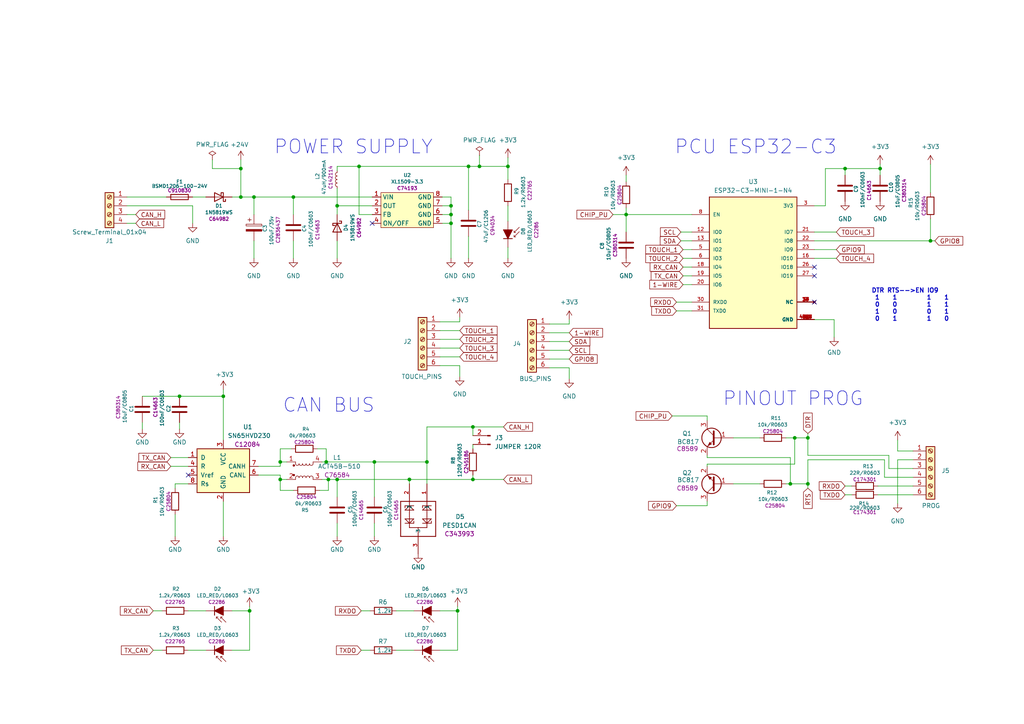
<source format=kicad_sch>
(kicad_sch (version 20230121) (generator eeschema)
  (paper "A4")
  (lib_symbols
    (symbol "Connector:Conn_01x02_Pin" (pin_names (offset 1.016) hide)
      (property "Reference" "J" (at 0 2.54 0))
      (property "Value" "Conn_01x02_Pin" (at 0 -5.08 0))
      (symbol "Conn_01x02_Pin_1_1"
        (pin passive line (at 5.08 0 180) (length 3.81) (name "Pin_1") (number "1"))
        (pin passive line (at 5.08 -2.54 180) (length 3.81) (name "Pin_2") (number "2"))
      )
    )
    (symbol "Connector:Screw_Terminal_01x04" (pin_names (offset 1.016) hide)
      (property "Reference" "J" (at 0 5.08 0))
      (property "Value" "Screw_Terminal_01x04" (at 0 -7.62 0))
      (symbol "Screw_Terminal_01x04_1_1"
        (pin passive line (at -5.08 2.54 0) (length 3.81) (name "Pin_1") (number "1"))
        (pin passive line (at -5.08 0 0) (length 3.81) (name "Pin_2") (number "2"))
        (pin passive line (at -5.08 -2.54 0) (length 3.81) (name "Pin_3") (number "3"))
        (pin passive line (at -5.08 -5.08 0) (length 3.81) (name "Pin_4") (number "4"))
      )
    )
    (symbol "Connector:Screw_Terminal_01x06" (pin_names (offset 1.016) hide)
      (property "Reference" "J" (at 0 7.62 0))
      (property "Value" "Screw_Terminal_01x06" (at 0 -10.16 0))
      (symbol "Screw_Terminal_01x06_1_1"
        (pin passive line (at -5.08 5.08 0) (length 3.81) (name "Pin_1") (number "1"))
        (pin passive line (at -5.08 2.54 0) (length 3.81) (name "Pin_2") (number "2"))
        (pin passive line (at -5.08 0 0) (length 3.81) (name "Pin_3") (number "3"))
        (pin passive line (at -5.08 -2.54 0) (length 3.81) (name "Pin_4") (number "4"))
        (pin passive line (at -5.08 -5.08 0) (length 3.81) (name "Pin_5") (number "5"))
        (pin passive line (at -5.08 -7.62 0) (length 3.81) (name "Pin_6") (number "6"))
      )
    )
    (symbol "Device:C" (pin_numbers hide) (pin_names (offset 0.254))
      (property "Reference" "C" (at 0.635 2.54 0))
      (property "Value" "C" (at 0.635 -2.54 0))
      (symbol "C_1_1"
        (pin passive line (at 0 3.81 270) (length 2.794) (name "~") (number "1"))
        (pin passive line (at 0 -3.81 90) (length 2.794) (name "~") (number "2"))
      )
    )
    (symbol "Device:C_Polarized" (pin_numbers hide) (pin_names (offset 0.254))
      (property "Reference" "C" (at 0.635 2.54 0))
      (property "Value" "C_Polarized" (at 0.635 -2.54 0))
      (symbol "C_Polarized_1_1"
        (pin passive line (at 0 3.81 270) (length 2.794) (name "~") (number "1"))
        (pin passive line (at 0 -3.81 90) (length 2.794) (name "~") (number "2"))
      )
    )
    (symbol "Device:D_Photo_Filled" (pin_numbers hide) (pin_names hide)
      (property "Reference" "D" (at 0.508 1.778 0))
      (property "Value" "D_Photo_Filled" (at -1.016 -2.794 0))
      (symbol "D_Photo_Filled_1_1"
        (pin passive line (at -5.08 0 0) (length 2.54) (name "K") (number "1"))
        (pin passive line (at 2.54 0 180) (length 2.54) (name "A") (number "2"))
      )
    )
    (symbol "Device:D_Schottky" (pin_numbers hide) (pin_names (offset 1.016) hide)
      (property "Reference" "D" (at 0 2.54 0))
      (property "Value" "D_Schottky" (at 0 -2.54 0))
      (symbol "D_Schottky_1_1"
        (pin passive line (at -3.81 0 0) (length 2.54) (name "K") (number "1"))
        (pin passive line (at 3.81 0 180) (length 2.54) (name "A") (number "2"))
      )
    )
    (symbol "Device:Fuse" (pin_numbers hide) (pin_names (offset 0))
      (property "Reference" "F" (at 2.032 0 90))
      (property "Value" "Fuse" (at -1.905 0 90))
      (symbol "Fuse_1_1"
        (pin passive line (at 0 3.81 270) (length 1.27) (name "~") (number "1"))
        (pin passive line (at 0 -3.81 90) (length 1.27) (name "~") (number "2"))
      )
    )
    (symbol "Device:L_Coupled_1423" (pin_names (offset 0.254) hide)
      (property "Reference" "L" (at 0 4.445 0))
      (property "Value" "L_Coupled_1423" (at 0 -4.445 0))
      (symbol "L_Coupled_1423_1_1"
        (pin passive line (at -5.08 2.54 0) (length 2.54) (name "1") (number "1"))
        (pin passive line (at -5.08 -2.54 0) (length 2.54) (name "2") (number "2"))
        (pin passive line (at 5.08 -2.54 180) (length 2.54) (name "3") (number "3"))
        (pin passive line (at 5.08 2.54 180) (length 2.54) (name "4") (number "4"))
      )
    )
    (symbol "Device:L_Small" (pin_numbers hide) (pin_names (offset 0.254) hide)
      (property "Reference" "L" (at 0.762 1.016 0))
      (property "Value" "L_Small" (at 0.762 -1.016 0))
      (symbol "L_Small_1_1"
        (pin passive line (at 0 2.54 270) (length 0.508) (name "~") (number "1"))
        (pin passive line (at 0 -2.54 90) (length 0.508) (name "~") (number "2"))
      )
    )
    (symbol "Device:R" (pin_numbers hide) (pin_names (offset 0))
      (property "Reference" "R" (at 2.032 0 90))
      (property "Value" "R" (at 0 0 90))
      (symbol "R_1_1"
        (pin passive line (at 0 3.81 270) (length 1.27) (name "~") (number "1"))
        (pin passive line (at 0 -3.81 90) (length 1.27) (name "~") (number "2"))
      )
    )
    (symbol "ESP32-C3-MINI-1-N4:ESP32-C3-MINI-1-N4" (pin_names (offset 1.016))
      (property "Reference" "U" (at -12.7 18.796 0))
      (property "Value" "ESP32-C3-MINI-1-N4" (at -12.7 -22.86 0))
      (symbol "ESP32-C3-MINI-1-N4_0_0"
        (pin power_in line (at 17.78 -17.78 180) (length 5.08) (name "GND") (number "1"))
        (pin no_connect line (at 17.78 -12.7 180) (length 5.08) (name "NC") (number "10"))
        (pin power_in line (at 17.78 -17.78 180) (length 5.08) (name "GND") (number "11"))
        (pin bidirectional line (at -17.78 7.62 0) (length 5.08) (name "IO0") (number "12"))
        (pin bidirectional line (at -17.78 5.08 0) (length 5.08) (name "IO1") (number "13"))
        (pin power_in line (at 17.78 -17.78 180) (length 5.08) (name "GND") (number "14"))
        (pin no_connect line (at 17.78 -12.7 180) (length 5.08) (name "NC") (number "15"))
        (pin bidirectional line (at 17.78 0 180) (length 5.08) (name "IO10") (number "16"))
        (pin no_connect line (at 17.78 -12.7 180) (length 5.08) (name "NC") (number "17"))
        (pin bidirectional line (at -17.78 -2.54 0) (length 5.08) (name "IO4") (number "18"))
        (pin bidirectional line (at -17.78 -5.08 0) (length 5.08) (name "IO5") (number "19"))
        (pin power_in line (at 17.78 -17.78 180) (length 5.08) (name "GND") (number "2"))
        (pin bidirectional line (at -17.78 -7.62 0) (length 5.08) (name "IO6") (number "20"))
        (pin bidirectional line (at 17.78 7.62 180) (length 5.08) (name "IO7") (number "21"))
        (pin bidirectional line (at 17.78 5.08 180) (length 5.08) (name "IO8") (number "22"))
        (pin bidirectional line (at 17.78 2.54 180) (length 5.08) (name "IO9") (number "23"))
        (pin no_connect line (at 17.78 -12.7 180) (length 5.08) (name "NC") (number "24"))
        (pin no_connect line (at 17.78 -12.7 180) (length 5.08) (name "NC") (number "25"))
        (pin bidirectional line (at 17.78 -2.54 180) (length 5.08) (name "IO18") (number "26"))
        (pin bidirectional line (at 17.78 -5.08 180) (length 5.08) (name "IO19") (number "27"))
        (pin no_connect line (at 17.78 -12.7 180) (length 5.08) (name "NC") (number "28"))
        (pin no_connect line (at 17.78 -12.7 180) (length 5.08) (name "NC") (number "29"))
        (pin power_in line (at 17.78 15.24 180) (length 5.08) (name "3V3") (number "3"))
        (pin bidirectional line (at -17.78 -12.7 0) (length 5.08) (name "RXD0") (number "30"))
        (pin bidirectional line (at -17.78 -15.24 0) (length 5.08) (name "TXD0") (number "31"))
        (pin no_connect line (at 17.78 -12.7 180) (length 5.08) (name "NC") (number "32"))
        (pin no_connect line (at 17.78 -12.7 180) (length 5.08) (name "NC") (number "33"))
        (pin no_connect line (at 17.78 -12.7 180) (length 5.08) (name "NC") (number "34"))
        (pin no_connect line (at 17.78 -12.7 180) (length 5.08) (name "NC") (number "35"))
        (pin power_in line (at 17.78 -17.78 180) (length 5.08) (name "GND") (number "36"))
        (pin power_in line (at 17.78 -17.78 180) (length 5.08) (name "GND") (number "37"))
        (pin power_in line (at 17.78 -17.78 180) (length 5.08) (name "GND") (number "38"))
        (pin power_in line (at 17.78 -17.78 180) (length 5.08) (name "GND") (number "39"))
        (pin no_connect line (at 17.78 -12.7 180) (length 5.08) (name "NC") (number "4"))
        (pin power_in line (at 17.78 -17.78 180) (length 5.08) (name "GND") (number "40"))
        (pin power_in line (at 17.78 -17.78 180) (length 5.08) (name "GND") (number "41"))
        (pin power_in line (at 17.78 -17.78 180) (length 5.08) (name "GND") (number "42"))
        (pin power_in line (at 17.78 -17.78 180) (length 5.08) (name "GND") (number "43"))
        (pin power_in line (at 17.78 -17.78 180) (length 5.08) (name "GND") (number "44"))
        (pin power_in line (at 17.78 -17.78 180) (length 5.08) (name "GND") (number "45"))
        (pin power_in line (at 17.78 -17.78 180) (length 5.08) (name "GND") (number "46"))
        (pin power_in line (at 17.78 -17.78 180) (length 5.08) (name "GND") (number "47"))
        (pin power_in line (at 17.78 -17.78 180) (length 5.08) (name "GND") (number "48"))
        (pin power_in line (at 17.78 -17.78 180) (length 5.08) (name "GND") (number "49_1"))
        (pin power_in line (at 17.78 -17.78 180) (length 5.08) (name "GND") (number "49_2"))
        (pin power_in line (at 17.78 -17.78 180) (length 5.08) (name "GND") (number "49_3"))
        (pin power_in line (at 17.78 -17.78 180) (length 5.08) (name "GND") (number "49_4"))
        (pin power_in line (at 17.78 -17.78 180) (length 5.08) (name "GND") (number "49_5"))
        (pin power_in line (at 17.78 -17.78 180) (length 5.08) (name "GND") (number "49_6"))
        (pin power_in line (at 17.78 -17.78 180) (length 5.08) (name "GND") (number "49_7"))
        (pin power_in line (at 17.78 -17.78 180) (length 5.08) (name "GND") (number "49_8"))
        (pin power_in line (at 17.78 -17.78 180) (length 5.08) (name "GND") (number "49_9"))
        (pin bidirectional line (at -17.78 2.54 0) (length 5.08) (name "IO2") (number "5"))
        (pin power_in line (at 17.78 -17.78 180) (length 5.08) (name "GND") (number "50"))
        (pin power_in line (at 17.78 -17.78 180) (length 5.08) (name "GND") (number "51"))
        (pin power_in line (at 17.78 -17.78 180) (length 5.08) (name "GND") (number "52"))
        (pin power_in line (at 17.78 -17.78 180) (length 5.08) (name "GND") (number "53"))
        (pin bidirectional line (at -17.78 0 0) (length 5.08) (name "IO3") (number "6"))
        (pin no_connect line (at 17.78 -12.7 180) (length 5.08) (name "NC") (number "7"))
        (pin input line (at -17.78 12.7 0) (length 5.08) (name "EN") (number "8"))
        (pin no_connect line (at 17.78 -12.7 180) (length 5.08) (name "NC") (number "9"))
      )
    )
    (symbol "ESP32-EVB_Rev_I:GND" (power) (pin_names (offset 0))
      (property "Value" "GND" (at 0 -3.81 0))
      (symbol "GND_1_1"
        (pin power_in line (at 0 0 270) (length 0) hide (name "GND") (number "1"))
      )
    )
    (symbol "Interface_CAN_LIN:SN65HVD230" (pin_names (offset 1.016))
      (property "Reference" "U" (at -2.54 10.16 0))
      (property "Value" "SN65HVD230" (at -2.54 7.62 0))
      (symbol "SN65HVD230_1_1"
        (pin input line (at -10.16 2.54 0) (length 2.54) (name "D") (number "1"))
        (pin power_in line (at 0 -10.16 90) (length 2.54) (name "GND") (number "2"))
        (pin power_in line (at 0 7.62 270) (length 2.54) (name "VCC") (number "3"))
        (pin output line (at -10.16 0 0) (length 2.54) (name "R") (number "4"))
        (pin output line (at -10.16 -2.54 0) (length 2.54) (name "Vref") (number "5"))
        (pin bidirectional line (at 10.16 -2.54 180) (length 2.54) (name "CANL") (number "6"))
        (pin bidirectional line (at 10.16 0 180) (length 2.54) (name "CANH") (number "7"))
        (pin input line (at -10.16 -5.08 0) (length 2.54) (name "Rs") (number "8"))
      )
    )
    (symbol "PESD1CAN:PESD1CAN" (pin_names (offset 1.016))
      (property "Reference" "D" (at 0 11.43 0))
      (property "Value" "PESD1CAN" (at 0 -2.54 0))
      (symbol "PESD1CAN_0_0"
        (pin bidirectional line (at -5.08 7.62 0) (length 5.08) (name "1") (number "1"))
        (pin bidirectional line (at -5.08 2.54 0) (length 5.08) (name "2") (number "2"))
        (pin bidirectional line (at 15.24 5.08 180) (length 5.08) (name "3") (number "3"))
      )
    )
    (symbol "Power_Management:XL1509-5"
      (property "Reference" "U" (at 0 0 0))
      (property "Value" "XL1509-5" (at 0 0 0))
      (symbol "XL1509-5_1_1"
        (pin input line (at 7.62 -5.08 0) (length 2.54) (name "VIN") (number "1"))
        (pin input line (at 7.62 -7.62 0) (length 2.54) (name "OUT") (number "2"))
        (pin input line (at 7.62 -10.16 0) (length 2.54) (name "FB") (number "3"))
        (pin input line (at 7.62 -12.7 0) (length 2.54) (name "ON/OFF") (number "4"))
        (pin input line (at 27.94 -12.7 180) (length 2.54) (name "GND") (number "5"))
        (pin input line (at 27.94 -10.16 180) (length 2.54) (name "GND") (number "6"))
        (pin input line (at 27.94 -7.62 180) (length 2.54) (name "GND") (number "7"))
        (pin input line (at 27.94 -5.08 180) (length 2.54) (name "GND") (number "8"))
      )
    )
    (symbol "Transistor_BJT:BC817" (pin_names (offset 0) hide)
      (property "Reference" "Q" (at 5.08 1.905 0))
      (property "Value" "BC817" (at 5.08 0 0))
      (symbol "BC817_1_1"
        (pin input line (at -5.08 0 0) (length 5.715) (name "B") (number "1"))
        (pin passive line (at 2.54 -5.08 90) (length 2.54) (name "E") (number "2"))
        (pin passive line (at 2.54 5.08 270) (length 2.54) (name "C") (number "3"))
      )
    )
    (symbol "power:+24V" (power) (pin_names (offset 0))
      (property "Value" "+24V" (at 0 3.556 0))
      (symbol "+24V_1_1"
        (pin power_in line (at 0 0 90) (length 0) hide (name "+24V") (number "1"))
      )
    )
    (symbol "power:+3.3V" (power) (pin_names (offset 0))
      (property "Value" "+3.3V" (at 0 3.556 0))
      (symbol "+3.3V_1_1"
        (pin power_in line (at 0 0 90) (length 0) hide (name "+3V3") (number "1"))
      )
    )
    (symbol "power:GND" (power) (pin_names (offset 0))
      (property "Value" "GND" (at 0 -3.81 0))
      (symbol "GND_1_1"
        (pin power_in line (at 0 0 270) (length 0) hide (name "GND") (number "1"))
      )
    )
    (symbol "power:PWR_FLAG" (power) (pin_numbers hide) (pin_names (offset 0) hide)
      (property "Value" "PWR_FLAG" (at 0 3.81 0))
      (symbol "PWR_FLAG_0_0"
        (pin power_out line (at 0 0 90) (length 0) (name "pwr") (number "1"))
      )
    )
  )
  (junction (at 234.315 140.335))
  (junction (at 64.77 114.935))
  (junction (at 130.81 62.23))
  (junction (at 234.315 127))
  (junction (at 135.89 48.26))
  (junction (at 123.825 133.985))
  (junction (at 108.585 133.985))
  (junction (at 81.28 139.065))
  (junction (at 69.85 48.895))
  (junction (at 118.745 139.065))
  (junction (at 181.61 62.23))
  (junction (at 72.39 177.165))
  (junction (at 97.79 139.065))
  (junction (at 85.09 57.15))
  (junction (at 245.11 48.895))
  (junction (at 94.615 133.985))
  (junction (at 147.32 48.26))
  (junction (at 95.25 139.065))
  (junction (at 269.875 69.85))
  (junction (at 52.07 114.935))
  (junction (at 130.81 59.69))
  (junction (at 73.66 57.15))
  (junction (at 229.235 140.335))
  (junction (at 104.14 48.26))
  (junction (at 132.715 177.165))
  (junction (at 69.85 57.15))
  (junction (at 97.79 59.69))
  (junction (at 137.16 123.825))
  (junction (at 255.27 48.895))
  (junction (at 139.065 48.26))
  (junction (at 137.16 139.065))
  (junction (at 81.28 133.985))
  (junction (at 130.81 64.77))
  (junction (at 230.505 127))
  (no_connect (at 236.22 77.47))
  (no_connect (at 236.22 80.01))
  (no_connect (at 54.61 137.795))
  (no_connect (at 107.95 64.77))
  (no_connect (at 236.22 87.63))
  (wire (pts (xy 118.745 139.065) (xy 137.16 139.065)))
  (wire (pts (xy 108.585 133.985) (xy 94.615 133.985)))
  (wire (pts (xy 254.635 143.51) (xy 264.795 143.51)))
  (wire (pts (xy 85.09 57.15) (xy 85.09 62.23)))
  (wire (pts (xy 97.79 151.765) (xy 97.79 155.575)))
  (wire (pts (xy 205.105 146.685) (xy 196.215 146.685)))
  (wire (pts (xy 264.795 130.81) (xy 260.35 130.81)))
  (wire (pts (xy 95.25 142.24) (xy 92.71 142.24)))
  (wire (pts (xy 81.28 137.795) (xy 81.28 139.065)))
  (wire (pts (xy 81.28 139.065) (xy 83.185 139.065)))
  (wire (pts (xy 198.12 82.55) (xy 200.66 82.55)))
  (wire (pts (xy 104.775 177.165) (xy 107.315 177.165)))
  (wire (pts (xy 54.61 177.165) (xy 59.69 177.165)))
  (wire (pts (xy 61.595 48.895) (xy 69.85 48.895)))
  (wire (pts (xy 264.795 138.43) (xy 256.54 138.43)))
  (wire (pts (xy 198.12 74.93) (xy 200.66 74.93)))
  (wire (pts (xy 83.185 133.985) (xy 81.28 133.985)))
  (wire (pts (xy 236.22 72.39) (xy 242.57 72.39)))
  (wire (pts (xy 127.635 106.045) (xy 133.35 106.045)))
  (wire (pts (xy 205.105 134.62) (xy 230.505 134.62)))
  (wire (pts (xy 104.775 188.595) (xy 107.315 188.595)))
  (wire (pts (xy 234.315 133.35) (xy 234.315 140.335)))
  (wire (pts (xy 256.54 138.43) (xy 256.54 133.35)))
  (wire (pts (xy 44.45 177.165) (xy 46.99 177.165)))
  (wire (pts (xy 36.83 62.23) (xy 39.37 62.23)))
  (wire (pts (xy 97.79 144.145) (xy 97.79 139.065)))
  (wire (pts (xy 74.93 137.795) (xy 81.28 137.795)))
  (wire (pts (xy 245.11 48.895) (xy 245.11 50.8)))
  (wire (pts (xy 245.11 140.97) (xy 247.015 140.97)))
  (wire (pts (xy 127.635 177.165) (xy 132.715 177.165)))
  (wire (pts (xy 85.09 69.85) (xy 85.09 74.93)))
  (wire (pts (xy 205.105 120.65) (xy 205.105 121.92)))
  (wire (pts (xy 196.215 90.17) (xy 200.66 90.17)))
  (wire (pts (xy 137.16 139.065) (xy 146.05 139.065)))
  (wire (pts (xy 159.385 106.68) (xy 165.1 106.68)))
  (wire (pts (xy 181.61 62.23) (xy 181.61 67.31)))
  (wire (pts (xy 81.28 139.065) (xy 81.28 142.24)))
  (wire (pts (xy 127.635 98.425) (xy 133.35 98.425)))
  (wire (pts (xy 198.12 77.47) (xy 200.66 77.47)))
  (wire (pts (xy 50.8 149.225) (xy 50.8 155.575)))
  (wire (pts (xy 234.315 127) (xy 234.315 132.08)))
  (wire (pts (xy 130.81 62.23) (xy 130.81 64.77)))
  (wire (pts (xy 73.66 74.93) (xy 73.66 69.85)))
  (wire (pts (xy 256.54 133.35) (xy 234.315 133.35)))
  (wire (pts (xy 236.22 67.31) (xy 242.57 67.31)))
  (wire (pts (xy 137.16 123.825) (xy 137.16 126.365)))
  (wire (pts (xy 230.505 134.62) (xy 230.505 127)))
  (wire (pts (xy 139.065 48.26) (xy 147.32 48.26)))
  (wire (pts (xy 36.83 57.15) (xy 48.26 57.15)))
  (wire (pts (xy 245.11 143.51) (xy 247.015 143.51)))
  (wire (pts (xy 212.725 127) (xy 220.345 127)))
  (wire (pts (xy 198.12 72.39) (xy 200.66 72.39)))
  (wire (pts (xy 128.27 62.23) (xy 130.81 62.23)))
  (wire (pts (xy 197.485 67.31) (xy 200.66 67.31)))
  (wire (pts (xy 97.79 139.065) (xy 118.745 139.065)))
  (wire (pts (xy 81.28 130.175) (xy 84.455 130.175)))
  (wire (pts (xy 205.105 146.685) (xy 205.105 145.415)))
  (wire (pts (xy 108.585 151.765) (xy 108.585 155.575)))
  (wire (pts (xy 254.635 140.97) (xy 264.795 140.97)))
  (wire (pts (xy 229.235 140.335) (xy 227.965 140.335)))
  (wire (pts (xy 127.635 95.885) (xy 133.35 95.885)))
  (wire (pts (xy 72.39 177.165) (xy 72.39 175.895)))
  (wire (pts (xy 55.88 59.69) (xy 55.88 64.77)))
  (wire (pts (xy 64.77 145.415) (xy 64.77 155.575)))
  (wire (pts (xy 234.315 132.08) (xy 257.81 132.08)))
  (wire (pts (xy 255.27 47.625) (xy 255.27 48.895)))
  (wire (pts (xy 230.505 127) (xy 227.965 127)))
  (wire (pts (xy 107.95 59.69) (xy 97.79 59.69)))
  (wire (pts (xy 69.85 57.15) (xy 73.66 57.15)))
  (wire (pts (xy 128.27 57.15) (xy 130.81 57.15)))
  (wire (pts (xy 52.07 114.935) (xy 64.77 114.935)))
  (wire (pts (xy 49.53 132.715) (xy 54.61 132.715)))
  (wire (pts (xy 130.81 57.15) (xy 130.81 59.69)))
  (wire (pts (xy 165.1 93.98) (xy 165.1 92.71)))
  (wire (pts (xy 159.385 104.14) (xy 165.1 104.14)))
  (wire (pts (xy 81.28 133.985) (xy 81.28 135.255)))
  (wire (pts (xy 118.745 139.065) (xy 118.745 140.335)))
  (wire (pts (xy 50.8 140.335) (xy 50.8 141.605)))
  (wire (pts (xy 147.32 48.26) (xy 147.32 52.07)))
  (wire (pts (xy 64.77 114.935) (xy 64.77 127.635)))
  (wire (pts (xy 81.28 142.24) (xy 85.09 142.24)))
  (wire (pts (xy 107.95 62.23) (xy 104.14 62.23)))
  (wire (pts (xy 159.385 96.52) (xy 165.1 96.52)))
  (wire (pts (xy 123.825 123.825) (xy 137.16 123.825)))
  (wire (pts (xy 73.66 57.15) (xy 73.66 62.23)))
  (wire (pts (xy 97.79 59.69) (xy 97.79 62.23)))
  (wire (pts (xy 94.615 133.985) (xy 94.615 130.175)))
  (wire (pts (xy 114.935 188.595) (xy 120.015 188.595)))
  (wire (pts (xy 135.89 48.26) (xy 139.065 48.26)))
  (wire (pts (xy 212.725 140.335) (xy 220.345 140.335)))
  (wire (pts (xy 205.105 132.715) (xy 229.235 132.715)))
  (wire (pts (xy 239.395 48.895) (xy 245.11 48.895)))
  (wire (pts (xy 73.66 57.15) (xy 85.09 57.15)))
  (wire (pts (xy 72.39 188.595) (xy 67.31 188.595)))
  (wire (pts (xy 94.615 133.985) (xy 93.345 133.985)))
  (wire (pts (xy 127.635 93.345) (xy 133.35 93.345)))
  (wire (pts (xy 159.385 99.06) (xy 165.1 99.06)))
  (wire (pts (xy 133.35 93.345) (xy 133.35 92.075)))
  (wire (pts (xy 137.16 137.795) (xy 137.16 139.065)))
  (wire (pts (xy 260.35 133.35) (xy 260.35 146.05)))
  (wire (pts (xy 132.715 188.595) (xy 127.635 188.595)))
  (wire (pts (xy 128.27 59.69) (xy 130.81 59.69)))
  (wire (pts (xy 74.93 135.255) (xy 81.28 135.255)))
  (wire (pts (xy 137.16 123.825) (xy 146.05 123.825)))
  (wire (pts (xy 177.8 62.23) (xy 181.61 62.23)))
  (wire (pts (xy 130.81 64.77) (xy 128.27 64.77)))
  (wire (pts (xy 114.935 177.165) (xy 120.015 177.165)))
  (wire (pts (xy 241.935 92.71) (xy 241.935 97.79)))
  (wire (pts (xy 130.81 64.77) (xy 130.81 74.93)))
  (wire (pts (xy 67.31 57.15) (xy 69.85 57.15)))
  (wire (pts (xy 236.22 69.85) (xy 269.875 69.85)))
  (wire (pts (xy 55.88 57.15) (xy 59.69 57.15)))
  (wire (pts (xy 234.315 125.73) (xy 234.315 127)))
  (wire (pts (xy 108.585 133.985) (xy 123.825 133.985)))
  (wire (pts (xy 257.81 135.89) (xy 264.795 135.89)))
  (wire (pts (xy 94.615 130.175) (xy 92.075 130.175)))
  (wire (pts (xy 205.105 132.08) (xy 205.105 132.715)))
  (wire (pts (xy 137.16 128.905) (xy 137.16 130.175)))
  (wire (pts (xy 135.89 48.26) (xy 135.89 60.96)))
  (wire (pts (xy 95.25 139.065) (xy 93.345 139.065)))
  (wire (pts (xy 85.09 57.15) (xy 107.95 57.15)))
  (wire (pts (xy 198.12 80.01) (xy 200.66 80.01)))
  (wire (pts (xy 41.275 114.935) (xy 52.07 114.935)))
  (wire (pts (xy 97.79 49.53) (xy 97.79 48.26)))
  (wire (pts (xy 245.11 48.895) (xy 255.27 48.895)))
  (wire (pts (xy 205.105 120.65) (xy 194.945 120.65)))
  (wire (pts (xy 269.875 69.85) (xy 271.145 69.85)))
  (wire (pts (xy 52.07 124.46) (xy 52.07 122.555)))
  (wire (pts (xy 95.25 139.065) (xy 95.25 142.24)))
  (wire (pts (xy 97.79 54.61) (xy 97.79 59.69)))
  (wire (pts (xy 127.635 103.505) (xy 133.35 103.505)))
  (wire (pts (xy 36.83 59.69) (xy 55.88 59.69)))
  (wire (pts (xy 44.45 188.595) (xy 46.99 188.595)))
  (wire (pts (xy 197.485 69.85) (xy 200.66 69.85)))
  (wire (pts (xy 135.89 68.58) (xy 135.89 74.93)))
  (wire (pts (xy 230.505 127) (xy 234.315 127)))
  (wire (pts (xy 81.28 133.985) (xy 81.28 130.175)))
  (wire (pts (xy 159.385 101.6) (xy 165.1 101.6)))
  (wire (pts (xy 255.27 48.895) (xy 255.27 50.8)))
  (wire (pts (xy 69.85 48.895) (xy 69.85 57.15)))
  (wire (pts (xy 236.22 59.69) (xy 239.395 59.69)))
  (wire (pts (xy 104.14 48.26) (xy 135.89 48.26)))
  (wire (pts (xy 234.315 140.335) (xy 229.235 140.335)))
  (wire (pts (xy 123.825 123.825) (xy 123.825 133.985)))
  (wire (pts (xy 147.32 71.755) (xy 147.32 74.93)))
  (wire (pts (xy 97.79 69.85) (xy 97.79 74.93)))
  (wire (pts (xy 205.105 135.255) (xy 205.105 134.62)))
  (wire (pts (xy 36.83 64.77) (xy 39.37 64.77)))
  (wire (pts (xy 147.32 64.135) (xy 147.32 59.69)))
  (wire (pts (xy 72.39 177.165) (xy 72.39 188.595)))
  (wire (pts (xy 54.61 188.595) (xy 59.69 188.595)))
  (wire (pts (xy 108.585 144.145) (xy 108.585 133.985)))
  (wire (pts (xy 269.875 69.85) (xy 269.875 63.5)))
  (wire (pts (xy 181.61 50.8) (xy 181.61 52.705)))
  (wire (pts (xy 49.53 135.255) (xy 54.61 135.255)))
  (wire (pts (xy 69.85 46.355) (xy 69.85 48.895)))
  (wire (pts (xy 64.77 113.03) (xy 64.77 114.935)))
  (wire (pts (xy 61.595 46.355) (xy 61.595 48.895)))
  (wire (pts (xy 264.795 133.35) (xy 260.35 133.35)))
  (wire (pts (xy 196.215 87.63) (xy 200.66 87.63)))
  (wire (pts (xy 104.14 62.23) (xy 104.14 48.26)))
  (wire (pts (xy 67.31 177.165) (xy 72.39 177.165)))
  (wire (pts (xy 147.32 45.72) (xy 147.32 48.26)))
  (wire (pts (xy 229.235 132.715) (xy 229.235 140.335)))
  (wire (pts (xy 132.715 177.165) (xy 132.715 175.895)))
  (wire (pts (xy 41.275 124.46) (xy 41.275 122.555)))
  (wire (pts (xy 133.35 106.045) (xy 133.35 109.22)))
  (wire (pts (xy 239.395 59.69) (xy 239.395 48.895)))
  (wire (pts (xy 200.66 62.23) (xy 181.61 62.23)))
  (wire (pts (xy 123.825 133.985) (xy 123.825 140.335)))
  (wire (pts (xy 127.635 100.965) (xy 133.35 100.965)))
  (wire (pts (xy 132.715 177.165) (xy 132.715 188.595)))
  (wire (pts (xy 139.065 45.085) (xy 139.065 48.26)))
  (wire (pts (xy 269.875 47.625) (xy 269.875 55.88)))
  (wire (pts (xy 159.385 93.98) (xy 165.1 93.98)))
  (wire (pts (xy 236.22 74.93) (xy 242.57 74.93)))
  (wire (pts (xy 54.61 140.335) (xy 50.8 140.335)))
  (wire (pts (xy 236.22 92.71) (xy 241.935 92.71)))
  (wire (pts (xy 181.61 60.325) (xy 181.61 62.23)))
  (wire (pts (xy 97.79 139.065) (xy 95.25 139.065)))
  (wire (pts (xy 97.79 48.26) (xy 104.14 48.26)))
  (wire (pts (xy 130.81 59.69) (xy 130.81 62.23)))
  (wire (pts (xy 234.315 140.335) (xy 234.315 141.605)))
  (wire (pts (xy 260.35 130.81) (xy 260.35 127.635)))
  (wire (pts (xy 165.1 106.68) (xy 165.1 109.855)))
  (wire (pts (xy 257.81 132.08) (xy 257.81 135.89)))
  (text "POWER SUPPLY" (at 79.375 45.085 0) (effects (font (size 4 4)) (justify left bottom)))
  (text "PINOUT PROG" (at 209.55 118.11 0) (effects (font (size 4 4)) (justify left bottom)))
  (text "CAN BUS" (at 81.915 120.015 0) (effects (font (size 4 4)) (justify left bottom)))
  (text "DTR RTS-->EN IO9\n 1    1         1    1\n 0    0         1    1\n 1    0         0    1\n 0    1         1    0 \n" (at 252.73 93.345 0) (effects (font (size 1.27 1.27) (thickness 0.254) bold) (justify left bottom)))
  (text "PCU ESP32-C3\n" (at 195.58 45.085 0) (effects (font (size 4 4)) (justify left bottom)))
  (global_label "CHIP_PU" (shape input) (at 177.8 62.23 180) (property "Intersheetrefs" "${INTERSHEET_REFS}" (effects hide)))
  (global_label "DTR" (shape input) (at 234.315 125.73 90) (property "Intersheetrefs" "${INTERSHEET_REFS}" (effects hide)))
  (global_label "1-WIRE" (shape input) (at 165.1 96.52 0) (property "Intersheetrefs" "${INTERSHEET_REFS}" (effects hide)))
  (global_label "RX_CAN" (shape input) (at 198.12 77.47 180) (property "Intersheetrefs" "${INTERSHEET_REFS}" (effects hide)))
  (global_label "CHIP_PU" (shape input) (at 194.945 120.65 180) (property "Intersheetrefs" "${INTERSHEET_REFS}" (effects hide)))
  (global_label "RXDO" (shape input) (at 196.215 87.63 180) (property "Intersheetrefs" "${INTERSHEET_REFS}" (effects hide)))
  (global_label "GPIO8" (shape input) (at 165.1 104.14 0) (property "Intersheetrefs" "${INTERSHEET_REFS}" (effects hide)))
  (global_label "TOUCH_2" (shape input) (at 133.35 98.425 0) (property "Intersheetrefs" "${INTERSHEET_REFS}" (effects hide)))
  (global_label "TOUCH_4" (shape input) (at 133.35 103.505 0) (property "Intersheetrefs" "${INTERSHEET_REFS}" (effects hide)))
  (global_label "TOUCH_3" (shape input) (at 242.57 67.31 0) (property "Intersheetrefs" "${INTERSHEET_REFS}" (effects hide)))
  (global_label "TXDO" (shape input) (at 104.775 188.595 180) (property "Intersheetrefs" "${INTERSHEET_REFS}" (effects hide)))
  (global_label "RX_CAN" (shape input) (at 44.45 177.165 180) (property "Intersheetrefs" "${INTERSHEET_REFS}" (effects hide)))
  (global_label "1-WIRE" (shape input) (at 198.12 82.55 180) (property "Intersheetrefs" "${INTERSHEET_REFS}" (effects hide)))
  (global_label "TXDO" (shape input) (at 245.11 143.51 180) (property "Intersheetrefs" "${INTERSHEET_REFS}" (effects hide)))
  (global_label "SCL" (shape input) (at 197.485 67.31 180) (property "Intersheetrefs" "${INTERSHEET_REFS}" (effects hide)))
  (global_label "TOUCH_4" (shape input) (at 242.57 74.93 0) (property "Intersheetrefs" "${INTERSHEET_REFS}" (effects hide)))
  (global_label "SDA" (shape input) (at 197.485 69.85 180) (property "Intersheetrefs" "${INTERSHEET_REFS}" (effects hide)))
  (global_label "TOUCH_1" (shape input) (at 198.12 72.39 180) (property "Intersheetrefs" "${INTERSHEET_REFS}" (effects hide)))
  (global_label "RXDO" (shape input) (at 104.775 177.165 180) (property "Intersheetrefs" "${INTERSHEET_REFS}" (effects hide)))
  (global_label "CAN_L" (shape input) (at 146.05 139.065 0) (property "Intersheetrefs" "${INTERSHEET_REFS}" (effects hide)))
  (global_label "TOUCH_2" (shape input) (at 198.12 74.93 180) (property "Intersheetrefs" "${INTERSHEET_REFS}" (effects hide)))
  (global_label "RTS" (shape input) (at 234.315 141.605 270) (property "Intersheetrefs" "${INTERSHEET_REFS}" (effects hide)))
  (global_label "GPIO9" (shape input) (at 196.215 146.685 180) (property "Intersheetrefs" "${INTERSHEET_REFS}" (effects hide)))
  (global_label "CAN_L" (shape input) (at 39.37 64.77 0) (property "Intersheetrefs" "${INTERSHEET_REFS}" (effects hide)))
  (global_label "GPIO9" (shape input) (at 242.57 72.39 0) (property "Intersheetrefs" "${INTERSHEET_REFS}" (effects hide)))
  (global_label "GPIO8" (shape input) (at 271.145 69.85 0) (property "Intersheetrefs" "${INTERSHEET_REFS}" (effects hide)))
  (global_label "RXDO" (shape input) (at 245.11 140.97 180) (property "Intersheetrefs" "${INTERSHEET_REFS}" (effects hide)))
  (global_label "TOUCH_1" (shape input) (at 133.35 95.885 0) (property "Intersheetrefs" "${INTERSHEET_REFS}" (effects hide)))
  (global_label "CAN_H" (shape input) (at 39.37 62.23 0) (property "Intersheetrefs" "${INTERSHEET_REFS}" (effects hide)))
  (global_label "SCL" (shape input) (at 165.1 101.6 0) (property "Intersheetrefs" "${INTERSHEET_REFS}" (effects hide)))
  (global_label "TX_CAN" (shape input) (at 44.45 188.595 180) (property "Intersheetrefs" "${INTERSHEET_REFS}" (effects hide)))
  (global_label "SDA" (shape input) (at 165.1 99.06 0) (property "Intersheetrefs" "${INTERSHEET_REFS}" (effects hide)))
  (global_label "TX_CAN" (shape input) (at 198.12 80.01 180) (property "Intersheetrefs" "${INTERSHEET_REFS}" (effects hide)))
  (global_label "TOUCH_3" (shape input) (at 133.35 100.965 0) (property "Intersheetrefs" "${INTERSHEET_REFS}" (effects hide)))
  (global_label "TXDO" (shape input) (at 196.215 90.17 180) (property "Intersheetrefs" "${INTERSHEET_REFS}" (effects hide)))
  (global_label "RX_CAN" (shape input) (at 49.53 135.255 180) (property "Intersheetrefs" "${INTERSHEET_REFS}" (effects hide)))
  (global_label "TX_CAN" (shape input) (at 49.53 132.715 180) (property "Intersheetrefs" "${INTERSHEET_REFS}" (effects hide)))
  (global_label "CAN_H" (shape input) (at 146.05 123.825 0) (property "Intersheetrefs" "${INTERSHEET_REFS}" (effects hide)))
  (symbol (lib_id "power:+3.3V") (at 64.77 113.03 0) (unit 1)
    (property "Reference" "#PWR05" (effects hide))
    (property "Value" "+3.3V" (at 65.151 108.6358 0))
  )
  (symbol (lib_id "ESP32-EVB_Rev_I:GND") (at 97.79 155.575 0) (mirror y) (unit 1)
    (property "Reference" "#PWR012" (effects hide))
    (property "Value" "GND" (at 97.79 159.385 0))
  )
  (symbol (lib_id "Connector:Screw_Terminal_01x06") (at 122.555 98.425 0) (mirror y) (unit 1)
    (property "Reference" "J2" (at 119.38 99.06 0) (effects (justify left)))
    (property "Value" "TOUCH_PINS" (at 128.27 109.22 0) (effects (justify left)))
    (property "Footprint" "Connector_PinHeader_2.54mm:PinHeader_1x06_P2.54mm_Vertical" (effects hide))
  )
  (symbol (lib_id "Interface_CAN_LIN:SN65HVD230") (at 64.77 135.255 0) (unit 1)
    (property "Reference" "U1" (at 70.485 123.825 0) (effects (justify left)))
    (property "Value" "SN65HVD230" (at 66.04 126.365 0) (effects (justify left)))
    (property "Footprint" "Package_SO:SOIC-8_3.9x4.9mm_P1.27mm" (effects hide))
    (property "Datasheet" "http://www.ti.com/lit/ds/symlink/sn65hvd230.pdf" (effects hide))
    (property "JLCPCB" "C12084" (at 71.755 128.905 0))
  )
  (symbol (lib_id "Device:C") (at 245.11 54.61 0) (unit 1)
    (property "Reference" "C9" (at 248.285 55.88 90) (effects (font (size 1 1)) (justify left)))
    (property "Value" "100nF/C0603" (at 250.19 60.325 90) (effects (font (size 1 1)) (justify left)))
    (property "Footprint" "Capacitor_SMD:C_0603_1608Metric" (effects hide))
    (property "JLCPCB" "C14663" (at 252.095 55.245 90) (effects (font (size 1 1))))
  )
  (symbol (lib_id "Connector:Conn_01x02_Pin") (at 142.24 128.905 180) (unit 1)
    (property "Reference" "J3" (at 143.51 127 0) (effects (justify right)))
    (property "Value" "JUMPER 120R" (at 143.51 129.54 0) (effects (justify right)))
    (property "Footprint" "Jumper:SolderJumper-2_P1.3mm_Open_RoundedPad1.0x1.5mm" (effects hide))
  )
  (symbol (lib_id "Device:R") (at 250.825 140.97 270) (unit 1)
    (property "Reference" "R13" (at 250.19 135.255 90) (effects (font (size 1 1)) (justify left)))
    (property "Value" "22R/R0603" (at 246.38 137.16 90) (effects (font (size 1 1)) (justify left)))
    (property "Footprint" "Resistor_SMD:R_0603_1608Metric" (effects hide))
    (property "JLCPCB" "C174301" (at 250.825 139.065 90) (effects (font (size 1 1))))
  )
  (symbol (lib_id "Device:D_Photo_Filled") (at 125.095 188.595 0) (mirror x) (unit 1)
    (property "Reference" "D7" (at 124.46 182.245 0) (effects (font (size 1 1)) (justify right)))
    (property "Value" "LED_RED/L0603" (at 129.54 184.15 0) (effects (font (size 1 1)) (justify right)))
    (property "Footprint" "LED_SMD:LED_0603_1608Metric" (effects hide))
    (property "JLCPCB" "C2286" (at 123.19 186.055 0) (effects (font (size 1 1))))
  )
  (symbol (lib_id "Device:R") (at 111.125 188.595 90) (unit 1)
    (property "Reference" "R7" (at 112.395 186.055 90) (effects (justify left)))
    (property "Value" "1.2k" (at 113.665 188.595 90) (effects (justify left)))
    (property "Footprint" "Resistor_SMD:R_0603_1608Metric" (effects hide))
    (property "JLCPCB" "C238881" (effects hide))
  )
  (symbol (lib_id "power:+3.3V") (at 165.1 92.71 0) (unit 1)
    (property "Reference" "#PWR022" (effects hide))
    (property "Value" "+3.3V" (at 165.1 87.63 0))
  )
  (symbol (lib_id "power:+3.3V") (at 132.715 175.895 0) (unit 1)
    (property "Reference" "#PWR016" (effects hide))
    (property "Value" "+3.3V" (at 133.096 171.5008 0))
  )
  (symbol (lib_id "PESD1CAN:PESD1CAN") (at 116.205 145.415 270) (unit 1)
    (property "Reference" "D5" (at 132.08 149.86 90) (effects (justify left)))
    (property "Value" "PESD1CAN" (at 128.27 152.4 90) (effects (justify left)))
    (property "Footprint" "Package_TO_SOT_SMD:SOT-23" (effects hide))
    (property "JLCPCB" "C343993" (at 128.905 155.575 90) (effects (justify left bottom)))
  )
  (symbol (lib_id "Device:D_Photo_Filled") (at 147.32 66.675 270) (mirror x) (unit 1)
    (property "Reference" "D8" (at 151.765 66.04 0) (effects (font (size 1 1)) (justify right)))
    (property "Value" "LED_RED/L0603" (at 153.67 60.96 0) (effects (font (size 1 1)) (justify right)))
    (property "Footprint" "LED_SMD:LED_0603_1608Metric" (effects hide))
    (property "JLCPCB" "C2286" (at 155.575 66.675 0) (effects (font (size 1 1))))
  )
  (symbol (lib_id "power:+3.3V") (at 260.35 127.635 0) (unit 1)
    (property "Reference" "#PWR030" (effects hide))
    (property "Value" "+3.3V" (at 260.35 122.555 0))
  )
  (symbol (lib_id "Device:R") (at 50.8 145.415 0) (unit 1)
    (property "Reference" "R1" (at 45.085 146.05 90) (effects (font (size 1 1)) (justify left)))
    (property "Value" "10k/R0603" (at 46.99 149.86 90) (effects (font (size 1 1)) (justify left)))
    (property "Footprint" "Resistor_SMD:R_0603_1608Metric" (effects hide))
    (property "JLCPCB" "C25804" (at 48.895 145.415 90) (effects (font (size 1 1))))
  )
  (symbol (lib_id "power:PWR_FLAG") (at 61.595 46.355 0) (unit 1)
    (property "Reference" "#FLG01" (effects hide))
    (property "Value" "PWR_FLAG" (at 61.595 41.91 0))
  )
  (symbol (lib_id "Device:R") (at 88.265 130.175 270) (unit 1)
    (property "Reference" "R4" (at 87.63 124.46 90) (effects (font (size 1 1)) (justify left)))
    (property "Value" "0k/R0603" (at 83.82 126.365 90) (effects (font (size 1 1)) (justify left)))
    (property "Footprint" "Resistor_SMD:R_0603_1608Metric" (effects hide))
    (property "JLCPCB" "C25804" (at 88.265 128.27 90) (effects (font (size 1 1))))
  )
  (symbol (lib_id "Device:R") (at 269.875 59.69 0) (unit 1)
    (property "Reference" "R15" (at 264.16 60.325 90) (effects (font (size 1 1)) (justify left)))
    (property "Value" "10k/R0603" (at 266.065 64.135 90) (effects (font (size 1 1)) (justify left)))
    (property "Footprint" "Resistor_SMD:R_0603_1608Metric" (effects hide))
    (property "JLCPCB" "C25804" (at 267.97 59.69 90) (effects (font (size 1 1))))
  )
  (symbol (lib_id "Connector:Screw_Terminal_01x06") (at 154.305 99.06 0) (mirror y) (unit 1)
    (property "Reference" "J4" (at 151.13 99.695 0) (effects (justify left)))
    (property "Value" "BUS_PINS" (at 160.02 109.855 0) (effects (justify left)))
    (property "Footprint" "Connector_PinHeader_2.54mm:PinHeader_1x06_P2.54mm_Vertical" (effects hide))
  )
  (symbol (lib_id "power:GND") (at 133.35 109.22 0) (unit 1)
    (property "Reference" "#PWR018" (effects hide))
    (property "Value" "GND" (at 133.35 114.3 0))
  )
  (symbol (lib_id "power:GND") (at 55.88 64.77 0) (unit 1)
    (property "Reference" "#PWR04" (effects hide))
    (property "Value" "GND" (at 55.88 69.85 0))
  )
  (symbol (lib_id "Device:R") (at 147.32 55.88 0) (unit 1)
    (property "Reference" "R9" (at 149.86 56.515 90) (effects (font (size 1 1)) (justify left)))
    (property "Value" "1.2k/R0603" (at 151.765 60.325 90) (effects (font (size 1 1)) (justify left)))
    (property "Footprint" "Resistor_SMD:R_0603_1608Metric" (effects hide))
    (property "JLCPCB" "C22765" (at 153.67 55.245 90) (effects (font (size 1 1))))
  )
  (symbol (lib_id "power:+3.3V") (at 133.35 92.075 0) (unit 1)
    (property "Reference" "#PWR017" (effects hide))
    (property "Value" "+3.3V" (at 133.35 86.995 0))
  )
  (symbol (lib_id "Power_Management:XL1509-5") (at 100.33 52.07 0) (unit 1)
    (property "Reference" "U2" (at 118.11 50.8 0) (effects (font (size 1 1))))
    (property "Value" "XL1509-3.3" (at 118.11 52.705 0) (effects (font (size 1 1))))
    (property "Footprint" "Package_SO:SOP-8_3.9x4.9mm_P1.27mm" (effects hide))
    (property "JLCPPCB" "C74193" (at 118.11 54.61 0) (effects (font (size 1 1))))
  )
  (symbol (lib_id "Device:R") (at 224.155 127 270) (unit 1)
    (property "Reference" "R11" (at 223.52 121.285 90) (effects (font (size 1 1)) (justify left)))
    (property "Value" "10k/R0603" (at 219.71 123.19 90) (effects (font (size 1 1)) (justify left)))
    (property "Footprint" "Resistor_SMD:R_0603_1608Metric" (effects hide))
    (property "JLCPCB" "C25804" (at 224.155 125.095 90) (effects (font (size 1 1))))
  )
  (symbol (lib_id "power:PWR_FLAG") (at 139.065 45.085 0) (unit 1)
    (property "Reference" "#FLG02" (effects hide))
    (property "Value" "PWR_FLAG" (at 139.065 40.64 0))
  )
  (symbol (lib_id "power:+3.3V") (at 255.27 47.625 0) (unit 1)
    (property "Reference" "#PWR028" (effects hide))
    (property "Value" "+3.3V" (at 255.27 42.545 0))
  )
  (symbol (lib_id "Connector:Screw_Terminal_01x04") (at 31.75 59.69 0) (mirror y) (unit 1)
    (property "Reference" "J1" (at 31.75 69.85 0))
    (property "Value" "Screw_Terminal_01x04" (at 31.75 67.31 0))
    (property "Footprint" "Connector_Phoenix_MC:PhoenixContact_MCV_1,5_4-G-3.81_1x04_P3.81mm_Vertical" (effects hide))
  )
  (symbol (lib_id "ESP32-C3-MINI-1-N4:ESP32-C3-MINI-1-N4") (at 218.44 74.93 0) (unit 1)
    (property "Reference" "U3" (at 218.44 52.705 0))
    (property "Value" "ESP32-C3-MINI-1-N4" (at 218.44 55.245 0))
    (property "Footprint" "ESP32-C3-MINI-1-N4:XCVR_ESP32-C3-MINI-1-N4" (effects hide))
    (property "MAXIMUM_PACKAGE_HEIGHT" "2.55mm" (effects hide))
    (property "MANUFACTURER" "Espressif Systems" (effects hide))
    (property "PARTREV" "v1.0" (effects hide))
    (property "STANDARD" "Manufacturer Recommendations" (effects hide))
  )
  (symbol (lib_id "Device:R") (at 224.155 140.335 90) (unit 1)
    (property "Reference" "R12" (at 225.425 142.875 90) (effects (font (size 1 1)) (justify left)))
    (property "Value" "10k/R0603" (at 228.6 144.78 90) (effects (font (size 1 1)) (justify left)))
    (property "Footprint" "Resistor_SMD:R_0603_1608Metric" (effects hide))
    (property "JLCPCB" "C25804" (at 224.79 146.685 90) (effects (font (size 1 1))))
  )
  (symbol (lib_id "Device:Fuse") (at 52.07 57.15 270) (unit 1)
    (property "Reference" "F1" (at 52.07 52.705 90) (effects (font (size 1 1))))
    (property "Value" "BSMD1206-100-24V" (at 52.07 53.975 90) (effects (font (size 1 1))))
    (property "Footprint" "Fuse:Fuse_1206_3216Metric" (effects hide))
    (property "JLCPCB" "C910830" (at 52.07 55.245 90) (effects (font (size 1 1))))
  )
  (symbol (lib_id "power:+3.3V") (at 72.39 175.895 0) (unit 1)
    (property "Reference" "#PWR08" (effects hide))
    (property "Value" "+3.3V" (at 72.771 171.5008 0))
  )
  (symbol (lib_id "power:GND") (at 255.27 58.42 0) (unit 1)
    (property "Reference" "#PWR029" (effects hide))
    (property "Value" "GND" (at 255.27 63.5 0))
  )
  (symbol (lib_id "Device:R") (at 111.125 177.165 90) (unit 1)
    (property "Reference" "R6" (at 112.395 174.625 90) (effects (justify left)))
    (property "Value" "1.2k" (at 113.665 177.165 90) (effects (justify left)))
    (property "Footprint" "Resistor_SMD:R_0603_1608Metric" (effects hide))
    (property "JLCPCB" "C238881" (effects hide))
  )
  (symbol (lib_id "Device:C") (at 52.07 118.745 180) (unit 1)
    (property "Reference" "C2" (at 48.895 117.475 90) (effects (font (size 1 1)) (justify left)))
    (property "Value" "100nF/C0603" (at 46.99 113.03 90) (effects (font (size 1 1)) (justify left)))
    (property "Footprint" "Capacitor_SMD:C_0603_1608Metric" (effects hide))
    (property "JLCPCB" "C14663" (at 45.085 118.11 90) (effects (font (size 1 1))))
  )
  (symbol (lib_id "ESP32-EVB_Rev_I:GND") (at 50.8 155.575 0) (mirror y) (unit 1)
    (property "Reference" "#PWR02" (effects hide))
    (property "Value" "GND" (at 50.8 159.385 0))
  )
  (symbol (lib_id "ESP32-EVB_Rev_I:GND") (at 64.77 155.575 0) (mirror y) (unit 1)
    (property "Reference" "#PWR06" (effects hide))
    (property "Value" "GND" (at 64.77 159.385 0))
  )
  (symbol (lib_id "power:GND") (at 147.32 74.93 0) (unit 1)
    (property "Reference" "#PWR021" (effects hide))
    (property "Value" "GND" (at 147.32 80.01 0))
  )
  (symbol (lib_id "power:GND") (at 181.61 74.93 0) (unit 1)
    (property "Reference" "#PWR025" (effects hide))
    (property "Value" "GND" (at 181.61 80.01 0))
  )
  (symbol (lib_id "power:GND") (at 97.79 74.93 0) (unit 1)
    (property "Reference" "#PWR011" (effects hide))
    (property "Value" "GND" (at 97.79 80.01 0))
  )
  (symbol (lib_id "Device:C") (at 135.89 64.77 0) (unit 1)
    (property "Reference" "C7" (at 139.065 66.04 90) (effects (font (size 1 1)) (justify left)))
    (property "Value" "47uF/C1206" (at 140.97 70.485 90) (effects (font (size 1 1)) (justify left)))
    (property "Footprint" "Capacitor_SMD:C_1206_3216Metric" (effects hide))
    (property "JLCPCB" "C94034" (at 142.875 65.405 90) (effects (font (size 1 1))))
  )
  (symbol (lib_id "Transistor_BJT:BC817") (at 207.645 140.335 180) (unit 1)
    (property "Reference" "Q2" (at 200.66 137.16 0) (effects (justify left)))
    (property "Value" "BC817" (at 202.7936 139.192 0) (effects (justify left)))
    (property "Footprint" "Package_TO_SOT_SMD:SOT-23" (effects hide))
    (property "Datasheet" "https://www.onsemi.com/pub/Collateral/BC818-D.pdf" (effects hide))
    (property "JLCPCB" "C8589" (at 199.39 141.605 0))
  )
  (symbol (lib_id "Device:R") (at 50.8 177.165 90) (unit 1)
    (property "Reference" "R2" (at 52.07 170.815 90) (effects (font (size 1 1)) (justify left)))
    (property "Value" "1.2k/R0603" (at 55.245 172.72 90) (effects (font (size 1 1)) (justify left)))
    (property "Footprint" "Resistor_SMD:R_0603_1608Metric" (effects hide))
    (property "JLCPCB" "C22765" (at 50.8 174.625 90) (effects (font (size 1 1))))
  )
  (symbol (lib_id "ESP32-EVB_Rev_I:GND") (at 41.275 124.46 0) (mirror y) (unit 1)
    (property "Reference" "#PWR01" (effects hide))
    (property "Value" "GND" (at 41.275 128.27 0))
  )
  (symbol (lib_id "Device:C") (at 181.61 71.12 0) (unit 1)
    (property "Reference" "C8" (at 174.625 72.39 90) (effects (font (size 1 1)) (justify left)))
    (property "Value" "10uF/C0805" (at 176.53 75.565 90) (effects (font (size 1 1)) (justify left)))
    (property "Footprint" "Capacitor_SMD:C_0603_1608Metric" (effects hide))
    (property "JLCPCB" "C380314" (at 178.435 71.12 90) (effects (font (size 1 1))))
  )
  (symbol (lib_id "Device:R") (at 181.61 56.515 0) (unit 1)
    (property "Reference" "R10" (at 175.895 57.15 90) (effects (font (size 1 1)) (justify left)))
    (property "Value" "10k/R0603" (at 177.8 60.96 90) (effects (font (size 1 1)) (justify left)))
    (property "Footprint" "Resistor_SMD:R_0603_1608Metric" (effects hide))
    (property "JLCPCB" "C25804" (at 179.705 56.515 90) (effects (font (size 1 1))))
  )
  (symbol (lib_id "power:GND") (at 165.1 109.855 0) (unit 1)
    (property "Reference" "#PWR023" (effects hide))
    (property "Value" "GND" (at 165.1 114.935 0))
  )
  (symbol (lib_id "Device:L_Small") (at 97.79 52.07 180) (unit 1)
    (property "Reference" "L2" (at 92.075 50.165 90) (effects (font (size 1 1)) (justify left)))
    (property "Value" "47uH/900mA" (at 93.98 46.355 90) (effects (font (size 1 1)) (justify left)))
    (property "Footprint" "Inductor_SMD:L_Sunlord_SWPA5040S" (effects hide))
    (property "JLCPCB" "C142114" (at 95.885 51.435 90) (effects (font (size 1 1))))
  )
  (symbol (lib_id "Device:R") (at 137.16 133.985 0) (unit 1)
    (property "Reference" "R8" (at 131.445 134.62 90) (effects (font (size 1 1)) (justify left)))
    (property "Value" "120R/R0603" (at 133.35 138.43 90) (effects (font (size 1 1)) (justify left)))
    (property "Footprint" "Resistor_SMD:R_0603_1608Metric" (effects hide))
    (property "JLCPCB" "C245186" (at 135.255 133.985 90) (effects (font (size 1 1))))
  )
  (symbol (lib_id "power:GND") (at 73.66 74.93 0) (unit 1)
    (property "Reference" "#PWR09" (effects hide))
    (property "Value" "GND" (at 73.66 80.01 0))
  )
  (symbol (lib_id "Device:C") (at 108.585 147.955 180) (unit 1)
    (property "Reference" "C6" (at 111.76 146.685 90) (effects (font (size 1 1)) (justify left)))
    (property "Value" "100pF/C0603" (at 113.03 142.24 90) (effects (font (size 1 1)) (justify left)))
    (property "Footprint" "Capacitor_SMD:C_0603_1608Metric" (effects hide))
    (property "JLCPCB" "C14665" (at 114.935 147.955 90) (effects (font (size 1 1))))
  )
  (symbol (lib_id "Device:R") (at 50.8 188.595 90) (unit 1)
    (property "Reference" "R3" (at 52.07 182.245 90) (effects (font (size 1 1)) (justify left)))
    (property "Value" "1.2k/R0603" (at 55.245 184.15 90) (effects (font (size 1 1)) (justify left)))
    (property "Footprint" "Resistor_SMD:R_0603_1608Metric" (effects hide))
    (property "JLCPCB" "C22765" (at 50.8 186.055 90) (effects (font (size 1 1))))
  )
  (symbol (lib_id "Device:C_Polarized") (at 73.66 66.04 0) (unit 1)
    (property "Reference" "C3" (at 76.835 67.31 90) (effects (font (size 1 1)) (justify left)))
    (property "Value" "100uF/35v" (at 78.74 71.12 90) (effects (font (size 1 1)) (justify left)))
    (property "Footprint" "Capacitor_SMD:CP_Elec_6.3x7.7" (effects hide))
    (property "JLCPCB" "C2836437" (at 80.645 66.675 90) (effects (font (size 1 1))))
  )
  (symbol (lib_id "ESP32-EVB_Rev_I:GND") (at 108.585 155.575 0) (mirror y) (unit 1)
    (property "Reference" "#PWR013" (effects hide))
    (property "Value" "GND" (at 108.585 159.385 0))
  )
  (symbol (lib_id "power:+3.3V") (at 181.61 50.8 0) (unit 1)
    (property "Reference" "#PWR024" (effects hide))
    (property "Value" "+3.3V" (at 181.61 45.72 0))
  )
  (symbol (lib_id "power:GND") (at 260.35 146.05 0) (unit 1)
    (property "Reference" "#PWR031" (effects hide))
    (property "Value" "GND" (at 260.35 151.13 0))
  )
  (symbol (lib_id "Device:R") (at 250.825 143.51 90) (unit 1)
    (property "Reference" "R14" (at 252.095 146.05 90) (effects (font (size 1 1)) (justify left)))
    (property "Value" "22R/R0603" (at 255.27 147.32 90) (effects (font (size 1 1)) (justify left)))
    (property "Footprint" "Resistor_SMD:R_0603_1608Metric" (effects hide))
    (property "JLCPCB" "C174301" (at 250.825 148.59 90) (effects (font (size 1 1))))
  )
  (symbol (lib_id "power:+24V") (at 69.85 46.355 0) (mirror y) (unit 1)
    (property "Reference" "#PWR07" (effects hide))
    (property "Value" "+24V" (at 69.469 41.9608 0))
  )
  (symbol (lib_id "Device:D_Schottky") (at 97.79 66.04 270) (unit 1)
    (property "Reference" "D4" (at 100.33 66.04 0) (effects (font (size 1 1))))
    (property "Value" "1N5819WS" (at 102.235 66.04 0) (effects (font (size 1 1))))
    (property "Footprint" "Diode_SMD:D_SOD-323_HandSoldering" (effects hide))
    (property "JLCPCB" "C64982" (at 104.14 66.04 0) (effects (font (size 1 1))))
  )
  (symbol (lib_id "Device:C") (at 97.79 147.955 180) (unit 1)
    (property "Reference" "C5" (at 101.6 146.685 90) (effects (font (size 1 1)) (justify left)))
    (property "Value" "100pF/C0603" (at 102.87 142.24 90) (effects (font (size 1 1)) (justify left)))
    (property "Footprint" "Capacitor_SMD:C_0603_1608Metric" (effects hide))
    (property "JLCPCB" "C14665" (at 104.775 147.955 90) (effects (font (size 1 1))))
  )
  (symbol (lib_id "Transistor_BJT:BC817") (at 207.645 127 0) (mirror y) (unit 1)
    (property "Reference" "Q1" (at 200.66 125.73 0) (effects (justify left)))
    (property "Value" "BC817" (at 202.7936 128.143 0) (effects (justify left)))
    (property "Footprint" "Package_TO_SOT_SMD:SOT-23" (effects hide))
    (property "Datasheet" "https://www.onsemi.com/pub/Collateral/BC818-D.pdf" (effects hide))
    (property "JLCPCB" "C8589" (at 199.39 130.175 0))
  )
  (symbol (lib_id "Device:D_Photo_Filled") (at 64.77 188.595 0) (mirror x) (unit 1)
    (property "Reference" "D3" (at 64.135 182.245 0) (effects (font (size 1 1)) (justify right)))
    (property "Value" "LED_RED/L0603" (at 69.215 184.15 0) (effects (font (size 1 1)) (justify right)))
    (property "Footprint" "LED_SMD:LED_0603_1608Metric" (effects hide))
    (property "JLCPCB" "C2286" (at 62.865 186.055 0) (effects (font (size 1 1))))
  )
  (symbol (lib_id "power:+3.3V") (at 147.32 45.72 0) (unit 1)
    (property "Reference" "#PWR020" (effects hide))
    (property "Value" "+3.3V" (at 147.32 40.64 0))
  )
  (symbol (lib_id "power:+3.3V") (at 269.875 47.625 0) (unit 1)
    (property "Reference" "#PWR032" (effects hide))
    (property "Value" "+3.3V" (at 269.875 42.545 0))
  )
  (symbol (lib_id "Device:C") (at 41.275 118.745 180) (unit 1)
    (property "Reference" "C1" (at 38.1 117.475 90) (effects (font (size 1 1)) (justify left)))
    (property "Value" "10uF/C0805" (at 36.195 113.03 90) (effects (font (size 1 1)) (justify left)))
    (property "Footprint" "Capacitor_SMD:C_0603_1608Metric" (effects hide))
    (property "JLCPCB" "C380314" (at 34.29 118.11 90) (effects (font (size 1 1))))
  )
  (symbol (lib_id "power:GND") (at 121.285 160.655 0) (unit 1)
    (property "Reference" "#PWR014" (effects hide))
    (property "Value" "GND" (at 121.285 164.465 0))
  )
  (symbol (lib_id "Device:C") (at 255.27 54.61 0) (unit 1)
    (property "Reference" "C10" (at 258.445 55.88 90) (effects (font (size 1 1)) (justify left)))
    (property "Value" "10uF/C0805" (at 260.35 60.325 90) (effects (font (size 1 1)) (justify left)))
    (property "Footprint" "Capacitor_SMD:C_0603_1608Metric" (effects hide))
    (property "JLCPCB" "C380314" (at 262.255 55.245 90) (effects (font (size 1 1))))
  )
  (symbol (lib_id "Device:R") (at 88.9 142.24 90) (unit 1)
    (property "Reference" "R5" (at 89.535 147.955 90) (effects (font (size 1 1)) (justify left)))
    (property "Value" "0k/R0603" (at 93.345 146.05 90) (effects (font (size 1 1)) (justify left)))
    (property "Footprint" "Resistor_SMD:R_0603_1608Metric" (effects hide))
    (property "JLCPCB" "C25804" (at 88.9 144.145 90) (effects (font (size 1 1))))
  )
  (symbol (lib_id "Device:D_Photo_Filled") (at 64.77 177.165 0) (mirror x) (unit 1)
    (property "Reference" "D2" (at 64.135 170.815 0) (effects (font (size 1 1)) (justify right)))
    (property "Value" "LED_RED/L0603" (at 69.215 172.72 0) (effects (font (size 1 1)) (justify right)))
    (property "Footprint" "LED_SMD:LED_0603_1608Metric" (effects hide))
    (property "JLCPCB" "C2286" (at 62.865 174.625 0) (effects (font (size 1 1))))
  )
  (symbol (lib_id "power:GND") (at 135.89 74.93 0) (unit 1)
    (property "Reference" "#PWR019" (effects hide))
    (property "Value" "GND" (at 135.89 80.01 0))
  )
  (symbol (lib_id "power:GND") (at 85.09 74.93 0) (unit 1)
    (property "Reference" "#PWR010" (effects hide))
    (property "Value" "GND" (at 85.09 80.01 0))
  )
  (symbol (lib_id "power:GND") (at 241.935 97.79 0) (unit 1)
    (property "Reference" "#PWR026" (effects hide))
    (property "Value" "GND" (at 241.935 102.235 0))
  )
  (symbol (lib_id "Device:D_Photo_Filled") (at 125.095 177.165 0) (mirror x) (unit 1)
    (property "Reference" "D6" (at 124.46 170.815 0) (effects (font (size 1 1)) (justify right)))
    (property "Value" "LED_RED/L0603" (at 129.54 172.72 0) (effects (font (size 1 1)) (justify right)))
    (property "Footprint" "LED_SMD:LED_0603_1608Metric" (effects hide))
    (property "JLCPCB" "C2286" (at 123.19 174.625 0) (effects (font (size 1 1))))
  )
  (symbol (lib_id "Device:D_Schottky") (at 63.5 57.15 180) (unit 1)
    (property "Reference" "D1" (at 63.5 59.69 0) (effects (font (size 1 1))))
    (property "Value" "1N5819WS" (at 63.5 61.595 0) (effects (font (size 1 1))))
    (property "Footprint" "Diode_SMD:D_SOD-323_HandSoldering" (effects hide))
    (property "JLCPCB" "C64982" (at 63.5 63.5 0) (effects (font (size 1 1))))
  )
  (symbol (lib_id "Device:L_Coupled_1423") (at 88.265 136.525 0) (unit 1)
    (property "Reference" "L1" (at 97.79 132.715 0))
    (property "Value" "ACT45B-510" (at 98.425 135.255 0))
    (property "Footprint" "ACT45B:FIL_ACT45B-510-2P-TL003" (effects hide))
    (property "JLCPCB" "C76584" (at 97.79 137.795 0))
  )
  (symbol (lib_id "ESP32-EVB_Rev_I:GND") (at 52.07 124.46 0) (mirror y) (unit 1)
    (property "Reference" "#PWR03" (effects hide))
    (property "Value" "GND" (at 52.07 128.27 0))
  )
  (symbol (lib_id "Device:C") (at 85.09 66.04 0) (unit 1)
    (property "Reference" "C4" (at 88.265 67.31 90) (effects (font (size 1 1)) (justify left)))
    (property "Value" "100nF/C0603" (at 90.17 71.755 90) (effects (font (size 1 1)) (justify left)))
    (property "Footprint" "Capacitor_SMD:C_0603_1608Metric" (effects hide))
    (property "JLCPCB" "C14663" (at 92.075 66.675 90) (effects (font (size 1 1))))
  )
  (symbol (lib_id "power:GND") (at 245.11 58.42 0) (unit 1)
    (property "Reference" "#PWR027" (effects hide))
    (property "Value" "GND" (at 245.11 63.5 0))
  )
  (symbol (lib_id "Connector:Screw_Terminal_01x06") (at 269.875 135.89 0) (unit 1)
    (property "Reference" "J5" (at 273.05 136.525 0) (effects (justify left)))
    (property "Value" "PROG" (at 267.335 146.685 0) (effects (justify left)))
    (property "Footprint" "Connector_PinHeader_2.00mm:PinHeader_1x06_P2.00mm_Vertical" (effects hide))
  )
  (symbol (lib_id "power:GND") (at 130.81 74.93 0) (unit 1)
    (property "Reference" "#PWR015" (effects hide))
    (property "Value" "GND" (at 130.81 80.01 0))
  )
)
</source>
